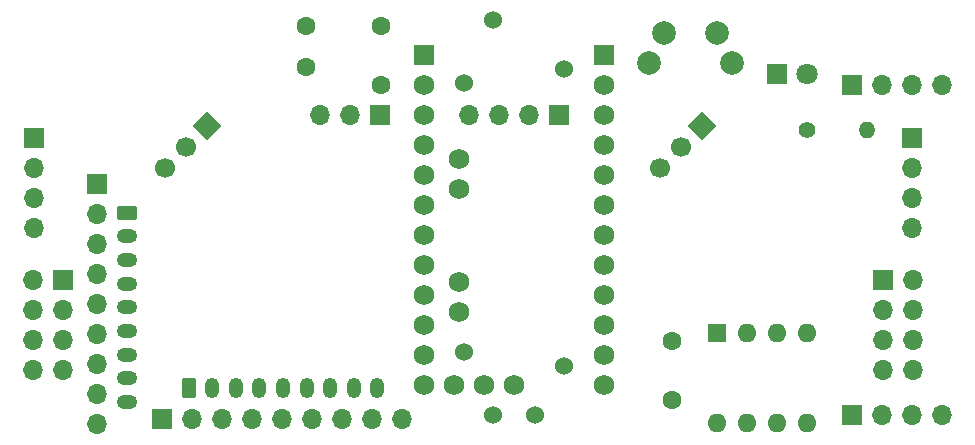
<source format=gbr>
%TF.GenerationSoftware,KiCad,Pcbnew,7.0.7*%
%TF.CreationDate,2023-09-10T17:47:14+02:00*%
%TF.ProjectId,Angle&Ana&Sw,416e676c-6526-4416-9e61-2653772e6b69,1.0*%
%TF.SameCoordinates,Original*%
%TF.FileFunction,Soldermask,Top*%
%TF.FilePolarity,Negative*%
%FSLAX46Y46*%
G04 Gerber Fmt 4.6, Leading zero omitted, Abs format (unit mm)*
G04 Created by KiCad (PCBNEW 7.0.7) date 2023-09-10 17:47:14*
%MOMM*%
%LPD*%
G01*
G04 APERTURE LIST*
G04 Aperture macros list*
%AMRoundRect*
0 Rectangle with rounded corners*
0 $1 Rounding radius*
0 $2 $3 $4 $5 $6 $7 $8 $9 X,Y pos of 4 corners*
0 Add a 4 corners polygon primitive as box body*
4,1,4,$2,$3,$4,$5,$6,$7,$8,$9,$2,$3,0*
0 Add four circle primitives for the rounded corners*
1,1,$1+$1,$2,$3*
1,1,$1+$1,$4,$5*
1,1,$1+$1,$6,$7*
1,1,$1+$1,$8,$9*
0 Add four rect primitives between the rounded corners*
20,1,$1+$1,$2,$3,$4,$5,0*
20,1,$1+$1,$4,$5,$6,$7,0*
20,1,$1+$1,$6,$7,$8,$9,0*
20,1,$1+$1,$8,$9,$2,$3,0*%
%AMHorizOval*
0 Thick line with rounded ends*
0 $1 width*
0 $2 $3 position (X,Y) of the first rounded end (center of the circle)*
0 $4 $5 position (X,Y) of the second rounded end (center of the circle)*
0 Add line between two ends*
20,1,$1,$2,$3,$4,$5,0*
0 Add two circle primitives to create the rounded ends*
1,1,$1,$2,$3*
1,1,$1,$4,$5*%
%AMRotRect*
0 Rectangle, with rotation*
0 The origin of the aperture is its center*
0 $1 length*
0 $2 width*
0 $3 Rotation angle, in degrees counterclockwise*
0 Add horizontal line*
21,1,$1,$2,0,0,$3*%
G04 Aperture macros list end*
%ADD10RotRect,1.700000X1.700000X315.000000*%
%ADD11HorizOval,1.700000X0.000000X0.000000X0.000000X0.000000X0*%
%ADD12C,1.524000*%
%ADD13R,1.700000X1.700000*%
%ADD14O,1.700000X1.700000*%
%ADD15C,1.600000*%
%ADD16R,1.600000X1.600000*%
%ADD17O,1.600000X1.600000*%
%ADD18RoundRect,0.250000X-0.350000X-0.625000X0.350000X-0.625000X0.350000X0.625000X-0.350000X0.625000X0*%
%ADD19O,1.200000X1.750000*%
%ADD20RoundRect,0.250000X-0.625000X0.350000X-0.625000X-0.350000X0.625000X-0.350000X0.625000X0.350000X0*%
%ADD21O,1.750000X1.200000*%
%ADD22R,1.800000X1.800000*%
%ADD23C,1.800000*%
%ADD24C,2.000000*%
%ADD25C,1.727200*%
%ADD26R,1.727200X1.727200*%
%ADD27C,1.400000*%
%ADD28O,1.400000X1.400000*%
G04 APERTURE END LIST*
D10*
%TO.C,U2*%
X196266057Y-107583954D03*
D11*
X194470005Y-109380005D03*
X192673954Y-111176057D03*
%TD*%
D10*
%TO.C,U4*%
X154357557Y-107583954D03*
D11*
X152561505Y-109380005D03*
X150765454Y-111176057D03*
%TD*%
D12*
%TO.C,RV1*%
X178590000Y-132080000D03*
X182090000Y-132080000D03*
X178590000Y-98580000D03*
X176090000Y-126730000D03*
X176090000Y-103930000D03*
X184590000Y-127930000D03*
X184590000Y-102730000D03*
%TD*%
D13*
%TO.C,J7*%
X142175000Y-120650000D03*
D14*
X139635000Y-120650000D03*
X142175000Y-123190000D03*
X139635000Y-123190000D03*
X142175000Y-125730000D03*
X139635000Y-125730000D03*
X142175000Y-128270000D03*
X139635000Y-128270000D03*
%TD*%
D15*
%TO.C,C2*%
X193675000Y-130810000D03*
X193675000Y-125810000D03*
%TD*%
%TO.C,C3*%
X169037000Y-99100000D03*
X169037000Y-104100000D03*
%TD*%
D16*
%TO.C,U1*%
X197485000Y-125095000D03*
D17*
X200025000Y-125095000D03*
X202565000Y-125095000D03*
X205105000Y-125095000D03*
X205105000Y-132715000D03*
X202565000Y-132715000D03*
X200025000Y-132715000D03*
X197485000Y-132715000D03*
%TD*%
D18*
%TO.C,J10*%
X152781000Y-129794000D03*
D19*
X154781000Y-129794000D03*
X156781000Y-129794000D03*
X158781000Y-129794000D03*
X160781000Y-129794000D03*
X162781000Y-129794000D03*
X164781000Y-129794000D03*
X166781000Y-129794000D03*
X168781000Y-129794000D03*
%TD*%
D13*
%TO.C,SW2*%
X169022000Y-106680000D03*
D14*
X166482000Y-106680000D03*
X163942000Y-106680000D03*
%TD*%
D13*
%TO.C,J3*%
X208915000Y-104140000D03*
D14*
X211455000Y-104140000D03*
X213995000Y-104140000D03*
X216535000Y-104140000D03*
%TD*%
D13*
%TO.C,J10B1*%
X150495000Y-132373500D03*
D14*
X153035000Y-132373500D03*
X155575000Y-132373500D03*
X158115000Y-132373500D03*
X160655000Y-132373500D03*
X163195000Y-132373500D03*
X165735000Y-132373500D03*
X168275000Y-132373500D03*
X170815000Y-132373500D03*
%TD*%
D15*
%TO.C,C1*%
X162687000Y-99088000D03*
X162687000Y-102588000D03*
%TD*%
D20*
%TO.C,J9*%
X147574000Y-114935000D03*
D21*
X147574000Y-116935000D03*
X147574000Y-118935000D03*
X147574000Y-120935000D03*
X147574000Y-122935000D03*
X147574000Y-124935000D03*
X147574000Y-126935000D03*
X147574000Y-128935000D03*
X147574000Y-130935000D03*
%TD*%
D13*
%TO.C,J6*%
X211545000Y-120650000D03*
D14*
X214085000Y-120650000D03*
X211545000Y-123190000D03*
X214085000Y-123190000D03*
X211545000Y-125730000D03*
X214085000Y-125730000D03*
X211545000Y-128270000D03*
X214085000Y-128270000D03*
%TD*%
D22*
%TO.C,D1*%
X202585000Y-103155000D03*
D23*
X205125000Y-103155000D03*
%TD*%
D24*
%TO.C,SW1*%
X197505000Y-99735000D03*
X193005000Y-99735000D03*
X198755000Y-102235000D03*
X191755000Y-102235000D03*
%TD*%
D25*
%TO.C,U3*%
X172720000Y-119380000D03*
X172720000Y-116840000D03*
X172720000Y-114300000D03*
X172720000Y-111760000D03*
X175645900Y-112910600D03*
X175645900Y-110370600D03*
X177800000Y-129540000D03*
X175645900Y-123324600D03*
X175645900Y-120784000D03*
X175260000Y-129540000D03*
X187960000Y-104140000D03*
D26*
X187960000Y-101600000D03*
D25*
X187960000Y-111760000D03*
X187960000Y-114300000D03*
X187960000Y-116840000D03*
X187960000Y-119380000D03*
X187960000Y-121920000D03*
X187960000Y-124460000D03*
X187960000Y-127000000D03*
X187960000Y-129540000D03*
X172720000Y-129540000D03*
X172720000Y-127000000D03*
X172720000Y-124460000D03*
X172720000Y-121920000D03*
X187960000Y-109220000D03*
X180340000Y-129540000D03*
X172720000Y-104140000D03*
D26*
X172720000Y-101600000D03*
D25*
X187960000Y-106680000D03*
X172720000Y-106680000D03*
X172720000Y-109220000D03*
%TD*%
D13*
%TO.C,J1*%
X184150000Y-106680000D03*
D14*
X181610000Y-106680000D03*
X179070000Y-106680000D03*
X176530000Y-106680000D03*
%TD*%
D13*
%TO.C,J5*%
X213995000Y-108585000D03*
D14*
X213995000Y-111125000D03*
X213995000Y-113665000D03*
X213995000Y-116205000D03*
%TD*%
D13*
%TO.C,J9B1*%
X145034000Y-112522000D03*
D14*
X145034000Y-115062000D03*
X145034000Y-117602000D03*
X145034000Y-120142000D03*
X145034000Y-122682000D03*
X145034000Y-125222000D03*
X145034000Y-127762000D03*
X145034000Y-130302000D03*
X145034000Y-132842000D03*
%TD*%
D27*
%TO.C,R1*%
X205105000Y-107950000D03*
D28*
X210185000Y-107950000D03*
%TD*%
D13*
%TO.C,J4*%
X139700000Y-108585000D03*
D14*
X139700000Y-111125000D03*
X139700000Y-113665000D03*
X139700000Y-116205000D03*
%TD*%
D13*
%TO.C,J2*%
X208915000Y-132080000D03*
D14*
X211455000Y-132080000D03*
X213995000Y-132080000D03*
X216535000Y-132080000D03*
%TD*%
M02*

</source>
